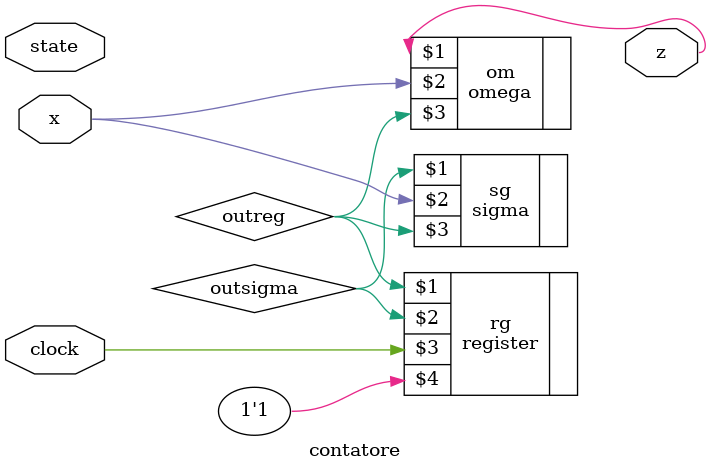
<source format=sv>
module contatore(output z, input x, input state, input clock);

wire outsigma;
wire outreg;

sigma sg(outsigma,x,outreg);
register rg(outreg,outsigma,clock,1'b1);
omega om(z,x,outreg);

endmodule
</source>
